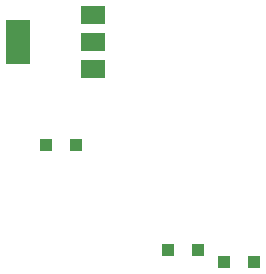
<source format=gbp>
%TF.GenerationSoftware,KiCad,Pcbnew,6.0.8+dfsg-1*%
%TF.CreationDate,2022-10-17T05:11:54+01:00*%
%TF.ProjectId,CapInrushLimBB-rounded,43617049-6e72-4757-9368-4c696d42422d,rev?*%
%TF.SameCoordinates,Original*%
%TF.FileFunction,Paste,Bot*%
%TF.FilePolarity,Positive*%
%FSLAX46Y46*%
G04 Gerber Fmt 4.6, Leading zero omitted, Abs format (unit mm)*
G04 Created by KiCad (PCBNEW 6.0.8+dfsg-1) date 2022-10-17 05:11:54*
%MOMM*%
%LPD*%
G01*
G04 APERTURE LIST*
%ADD10R,1.000000X1.000000*%
%ADD11R,2.000000X1.500000*%
%ADD12R,2.000000X3.800000*%
G04 APERTURE END LIST*
D10*
X247987500Y-156210000D03*
X250487500Y-156210000D03*
D11*
X236833065Y-135336250D03*
X236833065Y-137636250D03*
X236833065Y-139936250D03*
D12*
X230533065Y-137636250D03*
D10*
X243225000Y-155257500D03*
X245725000Y-155257500D03*
X235409315Y-146367500D03*
X232909315Y-146367500D03*
M02*

</source>
